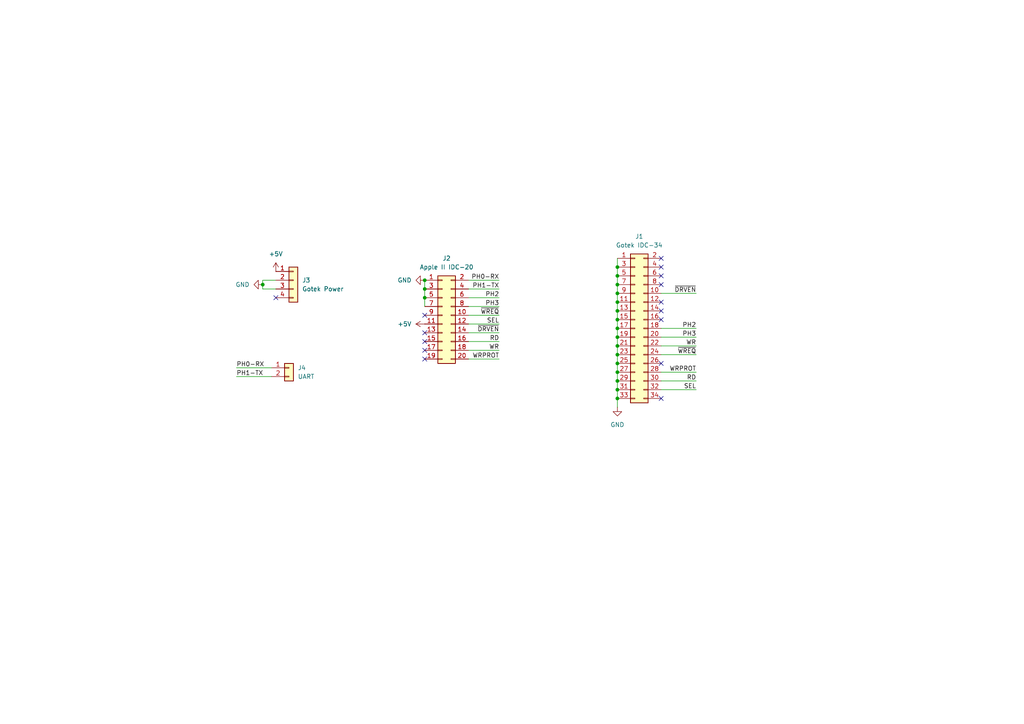
<source format=kicad_sch>
(kicad_sch
	(version 20231120)
	(generator "eeschema")
	(generator_version "8.0")
	(uuid "c8a066d9-3ec4-4228-b9ac-635257f8b208")
	(paper "A4")
	(title_block
		(title "Apple II HXC Gotek Adapter")
		(date "2024-12-02")
		(rev "v1.0")
		(company "Chris Tersteeg")
	)
	(lib_symbols
		(symbol "Connector_Generic:Conn_01x02"
			(pin_names
				(offset 1.016) hide)
			(exclude_from_sim no)
			(in_bom yes)
			(on_board yes)
			(property "Reference" "J"
				(at 0 2.54 0)
				(effects
					(font
						(size 1.27 1.27)
					)
				)
			)
			(property "Value" "Conn_01x02"
				(at 0 -5.08 0)
				(effects
					(font
						(size 1.27 1.27)
					)
				)
			)
			(property "Footprint" ""
				(at 0 0 0)
				(effects
					(font
						(size 1.27 1.27)
					)
					(hide yes)
				)
			)
			(property "Datasheet" "~"
				(at 0 0 0)
				(effects
					(font
						(size 1.27 1.27)
					)
					(hide yes)
				)
			)
			(property "Description" "Generic connector, single row, 01x02, script generated (kicad-library-utils/schlib/autogen/connector/)"
				(at 0 0 0)
				(effects
					(font
						(size 1.27 1.27)
					)
					(hide yes)
				)
			)
			(property "ki_keywords" "connector"
				(at 0 0 0)
				(effects
					(font
						(size 1.27 1.27)
					)
					(hide yes)
				)
			)
			(property "ki_fp_filters" "Connector*:*_1x??_*"
				(at 0 0 0)
				(effects
					(font
						(size 1.27 1.27)
					)
					(hide yes)
				)
			)
			(symbol "Conn_01x02_1_1"
				(rectangle
					(start -1.27 -2.413)
					(end 0 -2.667)
					(stroke
						(width 0.1524)
						(type default)
					)
					(fill
						(type none)
					)
				)
				(rectangle
					(start -1.27 0.127)
					(end 0 -0.127)
					(stroke
						(width 0.1524)
						(type default)
					)
					(fill
						(type none)
					)
				)
				(rectangle
					(start -1.27 1.27)
					(end 1.27 -3.81)
					(stroke
						(width 0.254)
						(type default)
					)
					(fill
						(type background)
					)
				)
				(pin passive line
					(at -5.08 0 0)
					(length 3.81)
					(name "Pin_1"
						(effects
							(font
								(size 1.27 1.27)
							)
						)
					)
					(number "1"
						(effects
							(font
								(size 1.27 1.27)
							)
						)
					)
				)
				(pin passive line
					(at -5.08 -2.54 0)
					(length 3.81)
					(name "Pin_2"
						(effects
							(font
								(size 1.27 1.27)
							)
						)
					)
					(number "2"
						(effects
							(font
								(size 1.27 1.27)
							)
						)
					)
				)
			)
		)
		(symbol "Connector_Generic:Conn_01x04"
			(pin_names
				(offset 1.016) hide)
			(exclude_from_sim no)
			(in_bom yes)
			(on_board yes)
			(property "Reference" "J"
				(at 0 5.08 0)
				(effects
					(font
						(size 1.27 1.27)
					)
				)
			)
			(property "Value" "Conn_01x04"
				(at 0 -7.62 0)
				(effects
					(font
						(size 1.27 1.27)
					)
				)
			)
			(property "Footprint" ""
				(at 0 0 0)
				(effects
					(font
						(size 1.27 1.27)
					)
					(hide yes)
				)
			)
			(property "Datasheet" "~"
				(at 0 0 0)
				(effects
					(font
						(size 1.27 1.27)
					)
					(hide yes)
				)
			)
			(property "Description" "Generic connector, single row, 01x04, script generated (kicad-library-utils/schlib/autogen/connector/)"
				(at 0 0 0)
				(effects
					(font
						(size 1.27 1.27)
					)
					(hide yes)
				)
			)
			(property "ki_keywords" "connector"
				(at 0 0 0)
				(effects
					(font
						(size 1.27 1.27)
					)
					(hide yes)
				)
			)
			(property "ki_fp_filters" "Connector*:*_1x??_*"
				(at 0 0 0)
				(effects
					(font
						(size 1.27 1.27)
					)
					(hide yes)
				)
			)
			(symbol "Conn_01x04_1_1"
				(rectangle
					(start -1.27 -4.953)
					(end 0 -5.207)
					(stroke
						(width 0.1524)
						(type default)
					)
					(fill
						(type none)
					)
				)
				(rectangle
					(start -1.27 -2.413)
					(end 0 -2.667)
					(stroke
						(width 0.1524)
						(type default)
					)
					(fill
						(type none)
					)
				)
				(rectangle
					(start -1.27 0.127)
					(end 0 -0.127)
					(stroke
						(width 0.1524)
						(type default)
					)
					(fill
						(type none)
					)
				)
				(rectangle
					(start -1.27 2.667)
					(end 0 2.413)
					(stroke
						(width 0.1524)
						(type default)
					)
					(fill
						(type none)
					)
				)
				(rectangle
					(start -1.27 3.81)
					(end 1.27 -6.35)
					(stroke
						(width 0.254)
						(type default)
					)
					(fill
						(type background)
					)
				)
				(pin passive line
					(at -5.08 2.54 0)
					(length 3.81)
					(name "Pin_1"
						(effects
							(font
								(size 1.27 1.27)
							)
						)
					)
					(number "1"
						(effects
							(font
								(size 1.27 1.27)
							)
						)
					)
				)
				(pin passive line
					(at -5.08 0 0)
					(length 3.81)
					(name "Pin_2"
						(effects
							(font
								(size 1.27 1.27)
							)
						)
					)
					(number "2"
						(effects
							(font
								(size 1.27 1.27)
							)
						)
					)
				)
				(pin passive line
					(at -5.08 -2.54 0)
					(length 3.81)
					(name "Pin_3"
						(effects
							(font
								(size 1.27 1.27)
							)
						)
					)
					(number "3"
						(effects
							(font
								(size 1.27 1.27)
							)
						)
					)
				)
				(pin passive line
					(at -5.08 -5.08 0)
					(length 3.81)
					(name "Pin_4"
						(effects
							(font
								(size 1.27 1.27)
							)
						)
					)
					(number "4"
						(effects
							(font
								(size 1.27 1.27)
							)
						)
					)
				)
			)
		)
		(symbol "Connector_Generic:Conn_02x10_Odd_Even"
			(pin_names
				(offset 1.016) hide)
			(exclude_from_sim no)
			(in_bom yes)
			(on_board yes)
			(property "Reference" "J"
				(at 1.27 12.7 0)
				(effects
					(font
						(size 1.27 1.27)
					)
				)
			)
			(property "Value" "Conn_02x10_Odd_Even"
				(at 1.27 -15.24 0)
				(effects
					(font
						(size 1.27 1.27)
					)
				)
			)
			(property "Footprint" ""
				(at 0 0 0)
				(effects
					(font
						(size 1.27 1.27)
					)
					(hide yes)
				)
			)
			(property "Datasheet" "~"
				(at 0 0 0)
				(effects
					(font
						(size 1.27 1.27)
					)
					(hide yes)
				)
			)
			(property "Description" "Generic connector, double row, 02x10, odd/even pin numbering scheme (row 1 odd numbers, row 2 even numbers), script generated (kicad-library-utils/schlib/autogen/connector/)"
				(at 0 0 0)
				(effects
					(font
						(size 1.27 1.27)
					)
					(hide yes)
				)
			)
			(property "ki_keywords" "connector"
				(at 0 0 0)
				(effects
					(font
						(size 1.27 1.27)
					)
					(hide yes)
				)
			)
			(property "ki_fp_filters" "Connector*:*_2x??_*"
				(at 0 0 0)
				(effects
					(font
						(size 1.27 1.27)
					)
					(hide yes)
				)
			)
			(symbol "Conn_02x10_Odd_Even_1_1"
				(rectangle
					(start -1.27 -12.573)
					(end 0 -12.827)
					(stroke
						(width 0.1524)
						(type default)
					)
					(fill
						(type none)
					)
				)
				(rectangle
					(start -1.27 -10.033)
					(end 0 -10.287)
					(stroke
						(width 0.1524)
						(type default)
					)
					(fill
						(type none)
					)
				)
				(rectangle
					(start -1.27 -7.493)
					(end 0 -7.747)
					(stroke
						(width 0.1524)
						(type default)
					)
					(fill
						(type none)
					)
				)
				(rectangle
					(start -1.27 -4.953)
					(end 0 -5.207)
					(stroke
						(width 0.1524)
						(type default)
					)
					(fill
						(type none)
					)
				)
				(rectangle
					(start -1.27 -2.413)
					(end 0 -2.667)
					(stroke
						(width 0.1524)
						(type default)
					)
					(fill
						(type none)
					)
				)
				(rectangle
					(start -1.27 0.127)
					(end 0 -0.127)
					(stroke
						(width 0.1524)
						(type default)
					)
					(fill
						(type none)
					)
				)
				(rectangle
					(start -1.27 2.667)
					(end 0 2.413)
					(stroke
						(width 0.1524)
						(type default)
					)
					(fill
						(type none)
					)
				)
				(rectangle
					(start -1.27 5.207)
					(end 0 4.953)
					(stroke
						(width 0.1524)
						(type default)
					)
					(fill
						(type none)
					)
				)
				(rectangle
					(start -1.27 7.747)
					(end 0 7.493)
					(stroke
						(width 0.1524)
						(type default)
					)
					(fill
						(type none)
					)
				)
				(rectangle
					(start -1.27 10.287)
					(end 0 10.033)
					(stroke
						(width 0.1524)
						(type default)
					)
					(fill
						(type none)
					)
				)
				(rectangle
					(start -1.27 11.43)
					(end 3.81 -13.97)
					(stroke
						(width 0.254)
						(type default)
					)
					(fill
						(type background)
					)
				)
				(rectangle
					(start 3.81 -12.573)
					(end 2.54 -12.827)
					(stroke
						(width 0.1524)
						(type default)
					)
					(fill
						(type none)
					)
				)
				(rectangle
					(start 3.81 -10.033)
					(end 2.54 -10.287)
					(stroke
						(width 0.1524)
						(type default)
					)
					(fill
						(type none)
					)
				)
				(rectangle
					(start 3.81 -7.493)
					(end 2.54 -7.747)
					(stroke
						(width 0.1524)
						(type default)
					)
					(fill
						(type none)
					)
				)
				(rectangle
					(start 3.81 -4.953)
					(end 2.54 -5.207)
					(stroke
						(width 0.1524)
						(type default)
					)
					(fill
						(type none)
					)
				)
				(rectangle
					(start 3.81 -2.413)
					(end 2.54 -2.667)
					(stroke
						(width 0.1524)
						(type default)
					)
					(fill
						(type none)
					)
				)
				(rectangle
					(start 3.81 0.127)
					(end 2.54 -0.127)
					(stroke
						(width 0.1524)
						(type default)
					)
					(fill
						(type none)
					)
				)
				(rectangle
					(start 3.81 2.667)
					(end 2.54 2.413)
					(stroke
						(width 0.1524)
						(type default)
					)
					(fill
						(type none)
					)
				)
				(rectangle
					(start 3.81 5.207)
					(end 2.54 4.953)
					(stroke
						(width 0.1524)
						(type default)
					)
					(fill
						(type none)
					)
				)
				(rectangle
					(start 3.81 7.747)
					(end 2.54 7.493)
					(stroke
						(width 0.1524)
						(type default)
					)
					(fill
						(type none)
					)
				)
				(rectangle
					(start 3.81 10.287)
					(end 2.54 10.033)
					(stroke
						(width 0.1524)
						(type default)
					)
					(fill
						(type none)
					)
				)
				(pin passive line
					(at -5.08 10.16 0)
					(length 3.81)
					(name "Pin_1"
						(effects
							(font
								(size 1.27 1.27)
							)
						)
					)
					(number "1"
						(effects
							(font
								(size 1.27 1.27)
							)
						)
					)
				)
				(pin passive line
					(at 7.62 0 180)
					(length 3.81)
					(name "Pin_10"
						(effects
							(font
								(size 1.27 1.27)
							)
						)
					)
					(number "10"
						(effects
							(font
								(size 1.27 1.27)
							)
						)
					)
				)
				(pin passive line
					(at -5.08 -2.54 0)
					(length 3.81)
					(name "Pin_11"
						(effects
							(font
								(size 1.27 1.27)
							)
						)
					)
					(number "11"
						(effects
							(font
								(size 1.27 1.27)
							)
						)
					)
				)
				(pin passive line
					(at 7.62 -2.54 180)
					(length 3.81)
					(name "Pin_12"
						(effects
							(font
								(size 1.27 1.27)
							)
						)
					)
					(number "12"
						(effects
							(font
								(size 1.27 1.27)
							)
						)
					)
				)
				(pin passive line
					(at -5.08 -5.08 0)
					(length 3.81)
					(name "Pin_13"
						(effects
							(font
								(size 1.27 1.27)
							)
						)
					)
					(number "13"
						(effects
							(font
								(size 1.27 1.27)
							)
						)
					)
				)
				(pin passive line
					(at 7.62 -5.08 180)
					(length 3.81)
					(name "Pin_14"
						(effects
							(font
								(size 1.27 1.27)
							)
						)
					)
					(number "14"
						(effects
							(font
								(size 1.27 1.27)
							)
						)
					)
				)
				(pin passive line
					(at -5.08 -7.62 0)
					(length 3.81)
					(name "Pin_15"
						(effects
							(font
								(size 1.27 1.27)
							)
						)
					)
					(number "15"
						(effects
							(font
								(size 1.27 1.27)
							)
						)
					)
				)
				(pin passive line
					(at 7.62 -7.62 180)
					(length 3.81)
					(name "Pin_16"
						(effects
							(font
								(size 1.27 1.27)
							)
						)
					)
					(number "16"
						(effects
							(font
								(size 1.27 1.27)
							)
						)
					)
				)
				(pin passive line
					(at -5.08 -10.16 0)
					(length 3.81)
					(name "Pin_17"
						(effects
							(font
								(size 1.27 1.27)
							)
						)
					)
					(number "17"
						(effects
							(font
								(size 1.27 1.27)
							)
						)
					)
				)
				(pin passive line
					(at 7.62 -10.16 180)
					(length 3.81)
					(name "Pin_18"
						(effects
							(font
								(size 1.27 1.27)
							)
						)
					)
					(number "18"
						(effects
							(font
								(size 1.27 1.27)
							)
						)
					)
				)
				(pin passive line
					(at -5.08 -12.7 0)
					(length 3.81)
					(name "Pin_19"
						(effects
							(font
								(size 1.27 1.27)
							)
						)
					)
					(number "19"
						(effects
							(font
								(size 1.27 1.27)
							)
						)
					)
				)
				(pin passive line
					(at 7.62 10.16 180)
					(length 3.81)
					(name "Pin_2"
						(effects
							(font
								(size 1.27 1.27)
							)
						)
					)
					(number "2"
						(effects
							(font
								(size 1.27 1.27)
							)
						)
					)
				)
				(pin passive line
					(at 7.62 -12.7 180)
					(length 3.81)
					(name "Pin_20"
						(effects
							(font
								(size 1.27 1.27)
							)
						)
					)
					(number "20"
						(effects
							(font
								(size 1.27 1.27)
							)
						)
					)
				)
				(pin passive line
					(at -5.08 7.62 0)
					(length 3.81)
					(name "Pin_3"
						(effects
							(font
								(size 1.27 1.27)
							)
						)
					)
					(number "3"
						(effects
							(font
								(size 1.27 1.27)
							)
						)
					)
				)
				(pin passive line
					(at 7.62 7.62 180)
					(length 3.81)
					(name "Pin_4"
						(effects
							(font
								(size 1.27 1.27)
							)
						)
					)
					(number "4"
						(effects
							(font
								(size 1.27 1.27)
							)
						)
					)
				)
				(pin passive line
					(at -5.08 5.08 0)
					(length 3.81)
					(name "Pin_5"
						(effects
							(font
								(size 1.27 1.27)
							)
						)
					)
					(number "5"
						(effects
							(font
								(size 1.27 1.27)
							)
						)
					)
				)
				(pin passive line
					(at 7.62 5.08 180)
					(length 3.81)
					(name "Pin_6"
						(effects
							(font
								(size 1.27 1.27)
							)
						)
					)
					(number "6"
						(effects
							(font
								(size 1.27 1.27)
							)
						)
					)
				)
				(pin passive line
					(at -5.08 2.54 0)
					(length 3.81)
					(name "Pin_7"
						(effects
							(font
								(size 1.27 1.27)
							)
						)
					)
					(number "7"
						(effects
							(font
								(size 1.27 1.27)
							)
						)
					)
				)
				(pin passive line
					(at 7.62 2.54 180)
					(length 3.81)
					(name "Pin_8"
						(effects
							(font
								(size 1.27 1.27)
							)
						)
					)
					(number "8"
						(effects
							(font
								(size 1.27 1.27)
							)
						)
					)
				)
				(pin passive line
					(at -5.08 0 0)
					(length 3.81)
					(name "Pin_9"
						(effects
							(font
								(size 1.27 1.27)
							)
						)
					)
					(number "9"
						(effects
							(font
								(size 1.27 1.27)
							)
						)
					)
				)
			)
		)
		(symbol "Connector_Generic:Conn_02x17_Odd_Even"
			(pin_names
				(offset 1.016) hide)
			(exclude_from_sim no)
			(in_bom yes)
			(on_board yes)
			(property "Reference" "J"
				(at 1.27 22.86 0)
				(effects
					(font
						(size 1.27 1.27)
					)
				)
			)
			(property "Value" "Conn_02x17_Odd_Even"
				(at 1.27 -22.86 0)
				(effects
					(font
						(size 1.27 1.27)
					)
				)
			)
			(property "Footprint" ""
				(at 0 0 0)
				(effects
					(font
						(size 1.27 1.27)
					)
					(hide yes)
				)
			)
			(property "Datasheet" "~"
				(at 0 0 0)
				(effects
					(font
						(size 1.27 1.27)
					)
					(hide yes)
				)
			)
			(property "Description" "Generic connector, double row, 02x17, odd/even pin numbering scheme (row 1 odd numbers, row 2 even numbers), script generated (kicad-library-utils/schlib/autogen/connector/)"
				(at 0 0 0)
				(effects
					(font
						(size 1.27 1.27)
					)
					(hide yes)
				)
			)
			(property "ki_keywords" "connector"
				(at 0 0 0)
				(effects
					(font
						(size 1.27 1.27)
					)
					(hide yes)
				)
			)
			(property "ki_fp_filters" "Connector*:*_2x??_*"
				(at 0 0 0)
				(effects
					(font
						(size 1.27 1.27)
					)
					(hide yes)
				)
			)
			(symbol "Conn_02x17_Odd_Even_1_1"
				(rectangle
					(start -1.27 -20.193)
					(end 0 -20.447)
					(stroke
						(width 0.1524)
						(type default)
					)
					(fill
						(type none)
					)
				)
				(rectangle
					(start -1.27 -17.653)
					(end 0 -17.907)
					(stroke
						(width 0.1524)
						(type default)
					)
					(fill
						(type none)
					)
				)
				(rectangle
					(start -1.27 -15.113)
					(end 0 -15.367)
					(stroke
						(width 0.1524)
						(type default)
					)
					(fill
						(type none)
					)
				)
				(rectangle
					(start -1.27 -12.573)
					(end 0 -12.827)
					(stroke
						(width 0.1524)
						(type default)
					)
					(fill
						(type none)
					)
				)
				(rectangle
					(start -1.27 -10.033)
					(end 0 -10.287)
					(stroke
						(width 0.1524)
						(type default)
					)
					(fill
						(type none)
					)
				)
				(rectangle
					(start -1.27 -7.493)
					(end 0 -7.747)
					(stroke
						(width 0.1524)
						(type default)
					)
					(fill
						(type none)
					)
				)
				(rectangle
					(start -1.27 -4.953)
					(end 0 -5.207)
					(stroke
						(width 0.1524)
						(type default)
					)
					(fill
						(type none)
					)
				)
				(rectangle
					(start -1.27 -2.413)
					(end 0 -2.667)
					(stroke
						(width 0.1524)
						(type default)
					)
					(fill
						(type none)
					)
				)
				(rectangle
					(start -1.27 0.127)
					(end 0 -0.127)
					(stroke
						(width 0.1524)
						(type default)
					)
					(fill
						(type none)
					)
				)
				(rectangle
					(start -1.27 2.667)
					(end 0 2.413)
					(stroke
						(width 0.1524)
						(type default)
					)
					(fill
						(type none)
					)
				)
				(rectangle
					(start -1.27 5.207)
					(end 0 4.953)
					(stroke
						(width 0.1524)
						(type default)
					)
					(fill
						(type none)
					)
				)
				(rectangle
					(start -1.27 7.747)
					(end 0 7.493)
					(stroke
						(width 0.1524)
						(type default)
					)
					(fill
						(type none)
					)
				)
				(rectangle
					(start -1.27 10.287)
					(end 0 10.033)
					(stroke
						(width 0.1524)
						(type default)
					)
					(fill
						(type none)
					)
				)
				(rectangle
					(start -1.27 12.827)
					(end 0 12.573)
					(stroke
						(width 0.1524)
						(type default)
					)
					(fill
						(type none)
					)
				)
				(rectangle
					(start -1.27 15.367)
					(end 0 15.113)
					(stroke
						(width 0.1524)
						(type default)
					)
					(fill
						(type none)
					)
				)
				(rectangle
					(start -1.27 17.907)
					(end 0 17.653)
					(stroke
						(width 0.1524)
						(type default)
					)
					(fill
						(type none)
					)
				)
				(rectangle
					(start -1.27 20.447)
					(end 0 20.193)
					(stroke
						(width 0.1524)
						(type default)
					)
					(fill
						(type none)
					)
				)
				(rectangle
					(start -1.27 21.59)
					(end 3.81 -21.59)
					(stroke
						(width 0.254)
						(type default)
					)
					(fill
						(type background)
					)
				)
				(rectangle
					(start 3.81 -20.193)
					(end 2.54 -20.447)
					(stroke
						(width 0.1524)
						(type default)
					)
					(fill
						(type none)
					)
				)
				(rectangle
					(start 3.81 -17.653)
					(end 2.54 -17.907)
					(stroke
						(width 0.1524)
						(type default)
					)
					(fill
						(type none)
					)
				)
				(rectangle
					(start 3.81 -15.113)
					(end 2.54 -15.367)
					(stroke
						(width 0.1524)
						(type default)
					)
					(fill
						(type none)
					)
				)
				(rectangle
					(start 3.81 -12.573)
					(end 2.54 -12.827)
					(stroke
						(width 0.1524)
						(type default)
					)
					(fill
						(type none)
					)
				)
				(rectangle
					(start 3.81 -10.033)
					(end 2.54 -10.287)
					(stroke
						(width 0.1524)
						(type default)
					)
					(fill
						(type none)
					)
				)
				(rectangle
					(start 3.81 -7.493)
					(end 2.54 -7.747)
					(stroke
						(width 0.1524)
						(type default)
					)
					(fill
						(type none)
					)
				)
				(rectangle
					(start 3.81 -4.953)
					(end 2.54 -5.207)
					(stroke
						(width 0.1524)
						(type default)
					)
					(fill
						(type none)
					)
				)
				(rectangle
					(start 3.81 -2.413)
					(end 2.54 -2.667)
					(stroke
						(width 0.1524)
						(type default)
					)
					(fill
						(type none)
					)
				)
				(rectangle
					(start 3.81 0.127)
					(end 2.54 -0.127)
					(stroke
						(width 0.1524)
						(type default)
					)
					(fill
						(type none)
					)
				)
				(rectangle
					(start 3.81 2.667)
					(end 2.54 2.413)
					(stroke
						(width 0.1524)
						(type default)
					)
					(fill
						(type none)
					)
				)
				(rectangle
					(start 3.81 5.207)
					(end 2.54 4.953)
					(stroke
						(width 0.1524)
						(type default)
					)
					(fill
						(type none)
					)
				)
				(rectangle
					(start 3.81 7.747)
					(end 2.54 7.493)
					(stroke
						(width 0.1524)
						(type default)
					)
					(fill
						(type none)
					)
				)
				(rectangle
					(start 3.81 10.287)
					(end 2.54 10.033)
					(stroke
						(width 0.1524)
						(type default)
					)
					(fill
						(type none)
					)
				)
				(rectangle
					(start 3.81 12.827)
					(end 2.54 12.573)
					(stroke
						(width 0.1524)
						(type default)
					)
					(fill
						(type none)
					)
				)
				(rectangle
					(start 3.81 15.367)
					(end 2.54 15.113)
					(stroke
						(width 0.1524)
						(type default)
					)
					(fill
						(type none)
					)
				)
				(rectangle
					(start 3.81 17.907)
					(end 2.54 17.653)
					(stroke
						(width 0.1524)
						(type default)
					)
					(fill
						(type none)
					)
				)
				(rectangle
					(start 3.81 20.447)
					(end 2.54 20.193)
					(stroke
						(width 0.1524)
						(type default)
					)
					(fill
						(type none)
					)
				)
				(pin passive line
					(at -5.08 20.32 0)
					(length 3.81)
					(name "Pin_1"
						(effects
							(font
								(size 1.27 1.27)
							)
						)
					)
					(number "1"
						(effects
							(font
								(size 1.27 1.27)
							)
						)
					)
				)
				(pin passive line
					(at 7.62 10.16 180)
					(length 3.81)
					(name "Pin_10"
						(effects
							(font
								(size 1.27 1.27)
							)
						)
					)
					(number "10"
						(effects
							(font
								(size 1.27 1.27)
							)
						)
					)
				)
				(pin passive line
					(at -5.08 7.62 0)
					(length 3.81)
					(name "Pin_11"
						(effects
							(font
								(size 1.27 1.27)
							)
						)
					)
					(number "11"
						(effects
							(font
								(size 1.27 1.27)
							)
						)
					)
				)
				(pin passive line
					(at 7.62 7.62 180)
					(length 3.81)
					(name "Pin_12"
						(effects
							(font
								(size 1.27 1.27)
							)
						)
					)
					(number "12"
						(effects
							(font
								(size 1.27 1.27)
							)
						)
					)
				)
				(pin passive line
					(at -5.08 5.08 0)
					(length 3.81)
					(name "Pin_13"
						(effects
							(font
								(size 1.27 1.27)
							)
						)
					)
					(number "13"
						(effects
							(font
								(size 1.27 1.27)
							)
						)
					)
				)
				(pin passive line
					(at 7.62 5.08 180)
					(length 3.81)
					(name "Pin_14"
						(effects
							(font
								(size 1.27 1.27)
							)
						)
					)
					(number "14"
						(effects
							(font
								(size 1.27 1.27)
							)
						)
					)
				)
				(pin passive line
					(at -5.08 2.54 0)
					(length 3.81)
					(name "Pin_15"
						(effects
							(font
								(size 1.27 1.27)
							)
						)
					)
					(number "15"
						(effects
							(font
								(size 1.27 1.27)
							)
						)
					)
				)
				(pin passive line
					(at 7.62 2.54 180)
					(length 3.81)
					(name "Pin_16"
						(effects
							(font
								(size 1.27 1.27)
							)
						)
					)
					(number "16"
						(effects
							(font
								(size 1.27 1.27)
							)
						)
					)
				)
				(pin passive line
					(at -5.08 0 0)
					(length 3.81)
					(name "Pin_17"
						(effects
							(font
								(size 1.27 1.27)
							)
						)
					)
					(number "17"
						(effects
							(font
								(size 1.27 1.27)
							)
						)
					)
				)
				(pin passive line
					(at 7.62 0 180)
					(length 3.81)
					(name "Pin_18"
						(effects
							(font
								(size 1.27 1.27)
							)
						)
					)
					(number "18"
						(effects
							(font
								(size 1.27 1.27)
							)
						)
					)
				)
				(pin passive line
					(at -5.08 -2.54 0)
					(length 3.81)
					(name "Pin_19"
						(effects
							(font
								(size 1.27 1.27)
							)
						)
					)
					(number "19"
						(effects
							(font
								(size 1.27 1.27)
							)
						)
					)
				)
				(pin passive line
					(at 7.62 20.32 180)
					(length 3.81)
					(name "Pin_2"
						(effects
							(font
								(size 1.27 1.27)
							)
						)
					)
					(number "2"
						(effects
							(font
								(size 1.27 1.27)
							)
						)
					)
				)
				(pin passive line
					(at 7.62 -2.54 180)
					(length 3.81)
					(name "Pin_20"
						(effects
							(font
								(size 1.27 1.27)
							)
						)
					)
					(number "20"
						(effects
							(font
								(size 1.27 1.27)
							)
						)
					)
				)
				(pin passive line
					(at -5.08 -5.08 0)
					(length 3.81)
					(name "Pin_21"
						(effects
							(font
								(size 1.27 1.27)
							)
						)
					)
					(number "21"
						(effects
							(font
								(size 1.27 1.27)
							)
						)
					)
				)
				(pin passive line
					(at 7.62 -5.08 180)
					(length 3.81)
					(name "Pin_22"
						(effects
							(font
								(size 1.27 1.27)
							)
						)
					)
					(number "22"
						(effects
							(font
								(size 1.27 1.27)
							)
						)
					)
				)
				(pin passive line
					(at -5.08 -7.62 0)
					(length 3.81)
					(name "Pin_23"
						(effects
							(font
								(size 1.27 1.27)
							)
						)
					)
					(number "23"
						(effects
							(font
								(size 1.27 1.27)
							)
						)
					)
				)
				(pin passive line
					(at 7.62 -7.62 180)
					(length 3.81)
					(name "Pin_24"
						(effects
							(font
								(size 1.27 1.27)
							)
						)
					)
					(number "24"
						(effects
							(font
								(size 1.27 1.27)
							)
						)
					)
				)
				(pin passive line
					(at -5.08 -10.16 0)
					(length 3.81)
					(name "Pin_25"
						(effects
							(font
								(size 1.27 1.27)
							)
						)
					)
					(number "25"
						(effects
							(font
								(size 1.27 1.27)
							)
						)
					)
				)
				(pin passive line
					(at 7.62 -10.16 180)
					(length 3.81)
					(name "Pin_26"
						(effects
							(font
								(size 1.27 1.27)
							)
						)
					)
					(number "26"
						(effects
							(font
								(size 1.27 1.27)
							)
						)
					)
				)
				(pin passive line
					(at -5.08 -12.7 0)
					(length 3.81)
					(name "Pin_27"
						(effects
							(font
								(size 1.27 1.27)
							)
						)
					)
					(number "27"
						(effects
							(font
								(size 1.27 1.27)
							)
						)
					)
				)
				(pin passive line
					(at 7.62 -12.7 180)
					(length 3.81)
					(name "Pin_28"
						(effects
							(font
								(size 1.27 1.27)
							)
						)
					)
					(number "28"
						(effects
							(font
								(size 1.27 1.27)
							)
						)
					)
				)
				(pin passive line
					(at -5.08 -15.24 0)
					(length 3.81)
					(name "Pin_29"
						(effects
							(font
								(size 1.27 1.27)
							)
						)
					)
					(number "29"
						(effects
							(font
								(size 1.27 1.27)
							)
						)
					)
				)
				(pin passive line
					(at -5.08 17.78 0)
					(length 3.81)
					(name "Pin_3"
						(effects
							(font
								(size 1.27 1.27)
							)
						)
					)
					(number "3"
						(effects
							(font
								(size 1.27 1.27)
							)
						)
					)
				)
				(pin passive line
					(at 7.62 -15.24 180)
					(length 3.81)
					(name "Pin_30"
						(effects
							(font
								(size 1.27 1.27)
							)
						)
					)
					(number "30"
						(effects
							(font
								(size 1.27 1.27)
							)
						)
					)
				)
				(pin passive line
					(at -5.08 -17.78 0)
					(length 3.81)
					(name "Pin_31"
						(effects
							(font
								(size 1.27 1.27)
							)
						)
					)
					(number "31"
						(effects
							(font
								(size 1.27 1.27)
							)
						)
					)
				)
				(pin passive line
					(at 7.62 -17.78 180)
					(length 3.81)
					(name "Pin_32"
						(effects
							(font
								(size 1.27 1.27)
							)
						)
					)
					(number "32"
						(effects
							(font
								(size 1.27 1.27)
							)
						)
					)
				)
				(pin passive line
					(at -5.08 -20.32 0)
					(length 3.81)
					(name "Pin_33"
						(effects
							(font
								(size 1.27 1.27)
							)
						)
					)
					(number "33"
						(effects
							(font
								(size 1.27 1.27)
							)
						)
					)
				)
				(pin passive line
					(at 7.62 -20.32 180)
					(length 3.81)
					(name "Pin_34"
						(effects
							(font
								(size 1.27 1.27)
							)
						)
					)
					(number "34"
						(effects
							(font
								(size 1.27 1.27)
							)
						)
					)
				)
				(pin passive line
					(at 7.62 17.78 180)
					(length 3.81)
					(name "Pin_4"
						(effects
							(font
								(size 1.27 1.27)
							)
						)
					)
					(number "4"
						(effects
							(font
								(size 1.27 1.27)
							)
						)
					)
				)
				(pin passive line
					(at -5.08 15.24 0)
					(length 3.81)
					(name "Pin_5"
						(effects
							(font
								(size 1.27 1.27)
							)
						)
					)
					(number "5"
						(effects
							(font
								(size 1.27 1.27)
							)
						)
					)
				)
				(pin passive line
					(at 7.62 15.24 180)
					(length 3.81)
					(name "Pin_6"
						(effects
							(font
								(size 1.27 1.27)
							)
						)
					)
					(number "6"
						(effects
							(font
								(size 1.27 1.27)
							)
						)
					)
				)
				(pin passive line
					(at -5.08 12.7 0)
					(length 3.81)
					(name "Pin_7"
						(effects
							(font
								(size 1.27 1.27)
							)
						)
					)
					(number "7"
						(effects
							(font
								(size 1.27 1.27)
							)
						)
					)
				)
				(pin passive line
					(at 7.62 12.7 180)
					(length 3.81)
					(name "Pin_8"
						(effects
							(font
								(size 1.27 1.27)
							)
						)
					)
					(number "8"
						(effects
							(font
								(size 1.27 1.27)
							)
						)
					)
				)
				(pin passive line
					(at -5.08 10.16 0)
					(length 3.81)
					(name "Pin_9"
						(effects
							(font
								(size 1.27 1.27)
							)
						)
					)
					(number "9"
						(effects
							(font
								(size 1.27 1.27)
							)
						)
					)
				)
			)
		)
		(symbol "power:+5V"
			(power)
			(pin_numbers hide)
			(pin_names
				(offset 0) hide)
			(exclude_from_sim no)
			(in_bom yes)
			(on_board yes)
			(property "Reference" "#PWR"
				(at 0 -3.81 0)
				(effects
					(font
						(size 1.27 1.27)
					)
					(hide yes)
				)
			)
			(property "Value" "+5V"
				(at 0 3.556 0)
				(effects
					(font
						(size 1.27 1.27)
					)
				)
			)
			(property "Footprint" ""
				(at 0 0 0)
				(effects
					(font
						(size 1.27 1.27)
					)
					(hide yes)
				)
			)
			(property "Datasheet" ""
				(at 0 0 0)
				(effects
					(font
						(size 1.27 1.27)
					)
					(hide yes)
				)
			)
			(property "Description" "Power symbol creates a global label with name \"+5V\""
				(at 0 0 0)
				(effects
					(font
						(size 1.27 1.27)
					)
					(hide yes)
				)
			)
			(property "ki_keywords" "global power"
				(at 0 0 0)
				(effects
					(font
						(size 1.27 1.27)
					)
					(hide yes)
				)
			)
			(symbol "+5V_0_1"
				(polyline
					(pts
						(xy -0.762 1.27) (xy 0 2.54)
					)
					(stroke
						(width 0)
						(type default)
					)
					(fill
						(type none)
					)
				)
				(polyline
					(pts
						(xy 0 0) (xy 0 2.54)
					)
					(stroke
						(width 0)
						(type default)
					)
					(fill
						(type none)
					)
				)
				(polyline
					(pts
						(xy 0 2.54) (xy 0.762 1.27)
					)
					(stroke
						(width 0)
						(type default)
					)
					(fill
						(type none)
					)
				)
			)
			(symbol "+5V_1_1"
				(pin power_in line
					(at 0 0 90)
					(length 0)
					(name "~"
						(effects
							(font
								(size 1.27 1.27)
							)
						)
					)
					(number "1"
						(effects
							(font
								(size 1.27 1.27)
							)
						)
					)
				)
			)
		)
		(symbol "power:GND"
			(power)
			(pin_numbers hide)
			(pin_names
				(offset 0) hide)
			(exclude_from_sim no)
			(in_bom yes)
			(on_board yes)
			(property "Reference" "#PWR"
				(at 0 -6.35 0)
				(effects
					(font
						(size 1.27 1.27)
					)
					(hide yes)
				)
			)
			(property "Value" "GND"
				(at 0 -3.81 0)
				(effects
					(font
						(size 1.27 1.27)
					)
				)
			)
			(property "Footprint" ""
				(at 0 0 0)
				(effects
					(font
						(size 1.27 1.27)
					)
					(hide yes)
				)
			)
			(property "Datasheet" ""
				(at 0 0 0)
				(effects
					(font
						(size 1.27 1.27)
					)
					(hide yes)
				)
			)
			(property "Description" "Power symbol creates a global label with name \"GND\" , ground"
				(at 0 0 0)
				(effects
					(font
						(size 1.27 1.27)
					)
					(hide yes)
				)
			)
			(property "ki_keywords" "global power"
				(at 0 0 0)
				(effects
					(font
						(size 1.27 1.27)
					)
					(hide yes)
				)
			)
			(symbol "GND_0_1"
				(polyline
					(pts
						(xy 0 0) (xy 0 -1.27) (xy 1.27 -1.27) (xy 0 -2.54) (xy -1.27 -1.27) (xy 0 -1.27)
					)
					(stroke
						(width 0)
						(type default)
					)
					(fill
						(type none)
					)
				)
			)
			(symbol "GND_1_1"
				(pin power_in line
					(at 0 0 270)
					(length 0)
					(name "~"
						(effects
							(font
								(size 1.27 1.27)
							)
						)
					)
					(number "1"
						(effects
							(font
								(size 1.27 1.27)
							)
						)
					)
				)
			)
		)
	)
	(junction
		(at 179.07 115.57)
		(diameter 0)
		(color 0 0 0 0)
		(uuid "090a85d4-51f5-4ddd-97b1-08127341df48")
	)
	(junction
		(at 179.07 97.79)
		(diameter 0)
		(color 0 0 0 0)
		(uuid "13be07c4-e60f-471a-b8ab-56a42536c0fb")
	)
	(junction
		(at 179.07 82.55)
		(diameter 0)
		(color 0 0 0 0)
		(uuid "2b00e243-6c43-4b7c-9736-53c81ef9d612")
	)
	(junction
		(at 179.07 77.47)
		(diameter 0)
		(color 0 0 0 0)
		(uuid "34747587-a7c4-4e24-abd6-a74b201aa7d3")
	)
	(junction
		(at 179.07 102.87)
		(diameter 0)
		(color 0 0 0 0)
		(uuid "35a66644-6976-4d16-aab6-d7a3ce55b94b")
	)
	(junction
		(at 179.07 113.03)
		(diameter 0)
		(color 0 0 0 0)
		(uuid "36c9dc3a-c349-4854-a26e-c8f2a19129ac")
	)
	(junction
		(at 179.07 92.71)
		(diameter 0)
		(color 0 0 0 0)
		(uuid "3f6ac75c-0a73-463e-a0c6-36ecfbb199e2")
	)
	(junction
		(at 179.07 110.49)
		(diameter 0)
		(color 0 0 0 0)
		(uuid "48f0b610-1020-4f13-b15a-87a5e13b9896")
	)
	(junction
		(at 179.07 95.25)
		(diameter 0)
		(color 0 0 0 0)
		(uuid "57747f11-7bb6-48fd-bfdc-80da7b123f73")
	)
	(junction
		(at 123.19 83.82)
		(diameter 0)
		(color 0 0 0 0)
		(uuid "5b2720e8-8cb3-4383-8533-0f04cb66492b")
	)
	(junction
		(at 179.07 87.63)
		(diameter 0)
		(color 0 0 0 0)
		(uuid "7ff64d61-a8c1-4a74-92b3-2b793d1f8820")
	)
	(junction
		(at 179.07 107.95)
		(diameter 0)
		(color 0 0 0 0)
		(uuid "86fa9147-0222-49ab-8522-85573bb250cb")
	)
	(junction
		(at 179.07 105.41)
		(diameter 0)
		(color 0 0 0 0)
		(uuid "97e185ab-919e-4b3c-ae7d-13a7bfe39c6f")
	)
	(junction
		(at 179.07 100.33)
		(diameter 0)
		(color 0 0 0 0)
		(uuid "9fd13d83-7584-4d42-983d-0ed26c14abdb")
	)
	(junction
		(at 123.19 81.28)
		(diameter 0)
		(color 0 0 0 0)
		(uuid "a44446af-a402-45c4-ad42-857630dea68e")
	)
	(junction
		(at 179.07 90.17)
		(diameter 0)
		(color 0 0 0 0)
		(uuid "c1829d52-8d4f-42b1-9b87-206780fab0a2")
	)
	(junction
		(at 76.2 82.55)
		(diameter 0)
		(color 0 0 0 0)
		(uuid "c3e9d068-d217-4310-8dd8-8eab1e12040d")
	)
	(junction
		(at 123.19 86.36)
		(diameter 0)
		(color 0 0 0 0)
		(uuid "c4ed82d0-9f27-4dcd-b527-c041bad36b57")
	)
	(junction
		(at 179.07 80.01)
		(diameter 0)
		(color 0 0 0 0)
		(uuid "cb354699-e510-4302-9903-fde82e1ec6e0")
	)
	(junction
		(at 179.07 85.09)
		(diameter 0)
		(color 0 0 0 0)
		(uuid "d6f23ebb-ab0e-4fd4-8155-389192570ec5")
	)
	(no_connect
		(at 80.01 86.36)
		(uuid "098f089c-a209-4d70-a616-68c2ac120239")
	)
	(no_connect
		(at 191.77 74.93)
		(uuid "0d6654a8-643f-4149-987c-a0b727dd88cc")
	)
	(no_connect
		(at 191.77 87.63)
		(uuid "399f130f-9d64-409b-8a99-ab0ee0bc695e")
	)
	(no_connect
		(at 123.19 101.6)
		(uuid "3d7c9905-1e00-4ea0-bb6b-021b934cacd7")
	)
	(no_connect
		(at 123.19 104.14)
		(uuid "4c27d21f-8cce-4178-9b4d-550fa1380813")
	)
	(no_connect
		(at 191.77 105.41)
		(uuid "56e0416f-7520-4de4-908f-1f57375fe326")
	)
	(no_connect
		(at 191.77 115.57)
		(uuid "5b8732c7-8e79-4046-895c-132140db56ae")
	)
	(no_connect
		(at 123.19 99.06)
		(uuid "66001229-14a0-4459-803a-ac14eeeb1407")
	)
	(no_connect
		(at 191.77 80.01)
		(uuid "691009aa-77cc-4d60-8c36-78e9f71930fd")
	)
	(no_connect
		(at 191.77 90.17)
		(uuid "728edef5-e2d9-4b8a-80dd-4333940afe6b")
	)
	(no_connect
		(at 191.77 92.71)
		(uuid "748ddc28-420a-4913-91a7-7b5e09ed5dd3")
	)
	(no_connect
		(at 123.19 96.52)
		(uuid "87b540ca-eb29-42fc-b3bf-dd470005d015")
	)
	(no_connect
		(at 191.77 77.47)
		(uuid "92ead25e-0749-48ee-b2a9-e6341991c762")
	)
	(no_connect
		(at 191.77 82.55)
		(uuid "cc415805-52a6-483d-b850-e729747be25b")
	)
	(no_connect
		(at 123.19 91.44)
		(uuid "e1a04d86-826e-4ba5-8874-989b44be6706")
	)
	(wire
		(pts
			(xy 201.93 113.03) (xy 191.77 113.03)
		)
		(stroke
			(width 0)
			(type default)
		)
		(uuid "12fb8bb2-2e52-4c8d-ae4a-d7aa983d5597")
	)
	(wire
		(pts
			(xy 144.78 88.9) (xy 135.89 88.9)
		)
		(stroke
			(width 0)
			(type default)
		)
		(uuid "1fa2668b-4adc-4899-b8b8-a7c4e20e8aa2")
	)
	(wire
		(pts
			(xy 201.93 85.09) (xy 191.77 85.09)
		)
		(stroke
			(width 0)
			(type default)
		)
		(uuid "242dfec1-3a5a-4cd3-815c-ff6041a5d85c")
	)
	(wire
		(pts
			(xy 179.07 100.33) (xy 179.07 102.87)
		)
		(stroke
			(width 0)
			(type default)
		)
		(uuid "378596dd-4de1-4d0f-bdde-8806bff5d33a")
	)
	(wire
		(pts
			(xy 179.07 115.57) (xy 179.07 118.11)
		)
		(stroke
			(width 0)
			(type default)
		)
		(uuid "3be54679-deb4-4c76-b427-f65287dcfcbd")
	)
	(wire
		(pts
			(xy 179.07 90.17) (xy 179.07 92.71)
		)
		(stroke
			(width 0)
			(type default)
		)
		(uuid "3c081ad9-f852-4bbd-8f8b-84fa945731b7")
	)
	(wire
		(pts
			(xy 179.07 85.09) (xy 179.07 87.63)
		)
		(stroke
			(width 0)
			(type default)
		)
		(uuid "3dedf481-37ab-4650-809a-b8cd1f4e27fd")
	)
	(wire
		(pts
			(xy 144.78 96.52) (xy 135.89 96.52)
		)
		(stroke
			(width 0)
			(type default)
		)
		(uuid "4042ee17-ebb7-4e8d-8fa3-ea952d7e5599")
	)
	(wire
		(pts
			(xy 76.2 81.28) (xy 80.01 81.28)
		)
		(stroke
			(width 0)
			(type default)
		)
		(uuid "47a721f3-0670-4b09-9e32-1ad43277f9c2")
	)
	(wire
		(pts
			(xy 123.19 81.28) (xy 123.19 83.82)
		)
		(stroke
			(width 0)
			(type default)
		)
		(uuid "50782f9b-da9c-4921-8c91-41ce8da51242")
	)
	(wire
		(pts
			(xy 144.78 101.6) (xy 135.89 101.6)
		)
		(stroke
			(width 0)
			(type default)
		)
		(uuid "57ae546a-c804-4c52-844a-10e6be37b288")
	)
	(wire
		(pts
			(xy 179.07 105.41) (xy 179.07 107.95)
		)
		(stroke
			(width 0)
			(type default)
		)
		(uuid "649ae3be-7441-413f-9c2b-f5ead6421105")
	)
	(wire
		(pts
			(xy 179.07 107.95) (xy 179.07 110.49)
		)
		(stroke
			(width 0)
			(type default)
		)
		(uuid "64fe4364-b125-470d-bd9d-c1b90b28bbef")
	)
	(wire
		(pts
			(xy 144.78 104.14) (xy 135.89 104.14)
		)
		(stroke
			(width 0)
			(type default)
		)
		(uuid "661a63ce-dc0b-4799-a139-09c77575e422")
	)
	(wire
		(pts
			(xy 144.78 83.82) (xy 135.89 83.82)
		)
		(stroke
			(width 0)
			(type default)
		)
		(uuid "69d0f470-96f4-4b01-9ac2-569c372ac689")
	)
	(wire
		(pts
			(xy 179.07 113.03) (xy 179.07 115.57)
		)
		(stroke
			(width 0)
			(type default)
		)
		(uuid "6c0869a4-a354-49a6-a2dc-7780ec6a4280")
	)
	(wire
		(pts
			(xy 144.78 91.44) (xy 135.89 91.44)
		)
		(stroke
			(width 0)
			(type default)
		)
		(uuid "6cca5b1a-5e5d-4157-a832-76a187fa80b8")
	)
	(wire
		(pts
			(xy 201.93 95.25) (xy 191.77 95.25)
		)
		(stroke
			(width 0)
			(type default)
		)
		(uuid "6e7583ab-59fc-4922-b225-8e70703354ee")
	)
	(wire
		(pts
			(xy 68.58 106.68) (xy 78.74 106.68)
		)
		(stroke
			(width 0)
			(type default)
		)
		(uuid "707dbc75-72da-4353-94e7-fd65142486d6")
	)
	(wire
		(pts
			(xy 179.07 82.55) (xy 179.07 85.09)
		)
		(stroke
			(width 0)
			(type default)
		)
		(uuid "782349dd-d930-415a-970d-a9f6f383f819")
	)
	(wire
		(pts
			(xy 123.19 86.36) (xy 123.19 88.9)
		)
		(stroke
			(width 0)
			(type default)
		)
		(uuid "7dbde95a-4c64-4c0c-9f58-c5a97292da17")
	)
	(wire
		(pts
			(xy 179.07 77.47) (xy 179.07 80.01)
		)
		(stroke
			(width 0)
			(type default)
		)
		(uuid "874fa3b1-1761-4457-99ea-9cfc5e4f21f0")
	)
	(wire
		(pts
			(xy 179.07 110.49) (xy 179.07 113.03)
		)
		(stroke
			(width 0)
			(type default)
		)
		(uuid "8a1465bc-0ca9-4610-9779-7a61c111c678")
	)
	(wire
		(pts
			(xy 201.93 107.95) (xy 191.77 107.95)
		)
		(stroke
			(width 0)
			(type default)
		)
		(uuid "93ff9a0a-d63c-4d4f-bff3-b20378c1a0e9")
	)
	(wire
		(pts
			(xy 68.58 109.22) (xy 78.74 109.22)
		)
		(stroke
			(width 0)
			(type default)
		)
		(uuid "a2a3d62d-0db6-4f55-ad84-ce57c8c15ef5")
	)
	(wire
		(pts
			(xy 179.07 74.93) (xy 179.07 77.47)
		)
		(stroke
			(width 0)
			(type default)
		)
		(uuid "a89959c9-6da7-4468-8a52-ac5fc579c8cd")
	)
	(wire
		(pts
			(xy 179.07 102.87) (xy 179.07 105.41)
		)
		(stroke
			(width 0)
			(type default)
		)
		(uuid "acd47539-b284-442b-a6c7-af1fe273cc39")
	)
	(wire
		(pts
			(xy 144.78 93.98) (xy 135.89 93.98)
		)
		(stroke
			(width 0)
			(type default)
		)
		(uuid "ad9de600-cf78-4449-ab5d-907916daa17a")
	)
	(wire
		(pts
			(xy 144.78 86.36) (xy 135.89 86.36)
		)
		(stroke
			(width 0)
			(type default)
		)
		(uuid "b4c475e3-b898-4cf1-91b9-b51e5f2caf3c")
	)
	(wire
		(pts
			(xy 144.78 99.06) (xy 135.89 99.06)
		)
		(stroke
			(width 0)
			(type default)
		)
		(uuid "b58ac61d-0cc2-491b-af72-5b463ff06538")
	)
	(wire
		(pts
			(xy 179.07 80.01) (xy 179.07 82.55)
		)
		(stroke
			(width 0)
			(type default)
		)
		(uuid "b9d4f0bb-809e-40ba-85de-a9bc35378612")
	)
	(wire
		(pts
			(xy 179.07 95.25) (xy 179.07 97.79)
		)
		(stroke
			(width 0)
			(type default)
		)
		(uuid "bed2e9f7-77ae-4f5f-ae1f-2bfa851c59ad")
	)
	(wire
		(pts
			(xy 201.93 110.49) (xy 191.77 110.49)
		)
		(stroke
			(width 0)
			(type default)
		)
		(uuid "bf16febe-bc1d-4081-b2bf-e33e806a5126")
	)
	(wire
		(pts
			(xy 201.93 97.79) (xy 191.77 97.79)
		)
		(stroke
			(width 0)
			(type default)
		)
		(uuid "c78d3a52-47c8-467a-a005-b1701e5bf299")
	)
	(wire
		(pts
			(xy 144.78 81.28) (xy 135.89 81.28)
		)
		(stroke
			(width 0)
			(type default)
		)
		(uuid "d00897e6-af72-4d47-be4c-b5dc80d923ce")
	)
	(wire
		(pts
			(xy 191.77 102.87) (xy 201.93 102.87)
		)
		(stroke
			(width 0)
			(type default)
		)
		(uuid "d05e4ada-928f-4995-8836-14dc99a9d61c")
	)
	(wire
		(pts
			(xy 179.07 92.71) (xy 179.07 95.25)
		)
		(stroke
			(width 0)
			(type default)
		)
		(uuid "d2a5b20e-0e89-4897-b198-24bb387e85a8")
	)
	(wire
		(pts
			(xy 201.93 100.33) (xy 191.77 100.33)
		)
		(stroke
			(width 0)
			(type default)
		)
		(uuid "d6d7e35c-b86d-409a-8448-11763adaec12")
	)
	(wire
		(pts
			(xy 123.19 83.82) (xy 123.19 86.36)
		)
		(stroke
			(width 0)
			(type default)
		)
		(uuid "e37bbb5f-3822-4625-a09c-359aa9c60d82")
	)
	(wire
		(pts
			(xy 76.2 83.82) (xy 76.2 82.55)
		)
		(stroke
			(width 0)
			(type default)
		)
		(uuid "f4271270-a83c-416f-a7e7-b19b7f55d358")
	)
	(wire
		(pts
			(xy 80.01 83.82) (xy 76.2 83.82)
		)
		(stroke
			(width 0)
			(type default)
		)
		(uuid "f64519a3-97e3-4541-85a3-83a39057934f")
	)
	(wire
		(pts
			(xy 76.2 82.55) (xy 76.2 81.28)
		)
		(stroke
			(width 0)
			(type default)
		)
		(uuid "fb4db30a-5215-40d1-9d67-fb0acc46e54d")
	)
	(wire
		(pts
			(xy 179.07 87.63) (xy 179.07 90.17)
		)
		(stroke
			(width 0)
			(type default)
		)
		(uuid "fcca5ebe-d5df-485c-b7b1-738888ce55c2")
	)
	(wire
		(pts
			(xy 179.07 97.79) (xy 179.07 100.33)
		)
		(stroke
			(width 0)
			(type default)
		)
		(uuid "ffc84806-1ee8-426d-8c6e-44b7033bc79a")
	)
	(label "RD"
		(at 201.93 110.49 180)
		(fields_autoplaced yes)
		(effects
			(font
				(size 1.27 1.27)
			)
			(justify right bottom)
		)
		(uuid "0d93f9f4-06fc-48e6-aee6-bf9839e38f05")
	)
	(label "~{WREQ}"
		(at 201.93 102.87 180)
		(fields_autoplaced yes)
		(effects
			(font
				(size 1.27 1.27)
			)
			(justify right bottom)
		)
		(uuid "1228565d-135b-45ca-a7d8-00f6d532e7bb")
	)
	(label "PH2"
		(at 144.78 86.36 180)
		(fields_autoplaced yes)
		(effects
			(font
				(size 1.27 1.27)
			)
			(justify right bottom)
		)
		(uuid "1aee42c4-67c0-432b-88e4-1e11fda1ceb6")
	)
	(label "PH3"
		(at 144.78 88.9 180)
		(fields_autoplaced yes)
		(effects
			(font
				(size 1.27 1.27)
			)
			(justify right bottom)
		)
		(uuid "23ea0ad6-0410-4a16-8bce-64e5d5589c87")
	)
	(label "SEL"
		(at 201.93 113.03 180)
		(fields_autoplaced yes)
		(effects
			(font
				(size 1.27 1.27)
			)
			(justify right bottom)
		)
		(uuid "26e96224-4a2b-44d6-b8d8-79d4a121a936")
	)
	(label "~{DRVEN}"
		(at 144.78 96.52 180)
		(fields_autoplaced yes)
		(effects
			(font
				(size 1.27 1.27)
			)
			(justify right bottom)
		)
		(uuid "27a3dfda-be4a-4ed6-ad73-27f0ad380ac5")
	)
	(label "SEL"
		(at 144.78 93.98 180)
		(fields_autoplaced yes)
		(effects
			(font
				(size 1.27 1.27)
			)
			(justify right bottom)
		)
		(uuid "27a4f71e-caff-4220-9a36-ce0809db8c50")
	)
	(label "WRPROT"
		(at 201.93 107.95 180)
		(fields_autoplaced yes)
		(effects
			(font
				(size 1.27 1.27)
			)
			(justify right bottom)
		)
		(uuid "28a4a571-0a26-47fa-a7ef-9582b5d9d93a")
	)
	(label "~{WREQ}"
		(at 144.78 91.44 180)
		(fields_autoplaced yes)
		(effects
			(font
				(size 1.27 1.27)
			)
			(justify right bottom)
		)
		(uuid "348a1229-ef56-4a1d-80f8-4953db887fcc")
	)
	(label "~{DRVEN}"
		(at 201.93 85.09 180)
		(fields_autoplaced yes)
		(effects
			(font
				(size 1.27 1.27)
			)
			(justify right bottom)
		)
		(uuid "3a4a1a5f-3c61-4989-8020-32ea71917484")
	)
	(label "PH1-TX"
		(at 144.78 83.82 180)
		(fields_autoplaced yes)
		(effects
			(font
				(size 1.27 1.27)
			)
			(justify right bottom)
		)
		(uuid "74479925-182c-44e4-b144-59cbc4ad740a")
	)
	(label "PH0-RX"
		(at 144.78 81.28 180)
		(fields_autoplaced yes)
		(effects
			(font
				(size 1.27 1.27)
			)
			(justify right bottom)
		)
		(uuid "8c4f4e3a-9a7b-464c-b6ed-d293199522a4")
	)
	(label "PH3"
		(at 201.93 97.79 180)
		(fields_autoplaced yes)
		(effects
			(font
				(size 1.27 1.27)
			)
			(justify right bottom)
		)
		(uuid "a6aef3b8-26c0-40e5-b9ab-b9a135c13e52")
	)
	(label "WRPROT"
		(at 144.78 104.14 180)
		(fields_autoplaced yes)
		(effects
			(font
				(size 1.27 1.27)
			)
			(justify right bottom)
		)
		(uuid "b66a310c-67d7-4bae-b7cc-dec299792da6")
	)
	(label "WR"
		(at 201.93 100.33 180)
		(fields_autoplaced yes)
		(effects
			(font
				(size 1.27 1.27)
			)
			(justify right bottom)
		)
		(uuid "cf5e17a1-a288-4321-877f-d19f3a286c44")
	)
	(label "WR"
		(at 144.78 101.6 180)
		(fields_autoplaced yes)
		(effects
			(font
				(size 1.27 1.27)
			)
			(justify right bottom)
		)
		(uuid "cf6fd205-22ad-45a6-b6e1-4846bedb2c45")
	)
	(label "PH1-TX"
		(at 68.58 109.22 0)
		(fields_autoplaced yes)
		(effects
			(font
				(size 1.27 1.27)
			)
			(justify left bottom)
		)
		(uuid "d361c19d-7fad-4989-9ec7-9b09754384b5")
	)
	(label "PH0-RX"
		(at 68.58 106.68 0)
		(fields_autoplaced yes)
		(effects
			(font
				(size 1.27 1.27)
			)
			(justify left bottom)
		)
		(uuid "e1cf646c-998a-47af-ae50-e04e2df5ae77")
	)
	(label "RD"
		(at 144.78 99.06 180)
		(fields_autoplaced yes)
		(effects
			(font
				(size 1.27 1.27)
			)
			(justify right bottom)
		)
		(uuid "ee9606ef-d323-44d8-b7a8-2fc95add5510")
	)
	(label "PH2"
		(at 201.93 95.25 180)
		(fields_autoplaced yes)
		(effects
			(font
				(size 1.27 1.27)
			)
			(justify right bottom)
		)
		(uuid "fe3dc7c6-f5c9-4e7f-affa-0c6fe0e0900e")
	)
	(symbol
		(lib_id "power:+5V")
		(at 80.01 78.74 0)
		(unit 1)
		(exclude_from_sim no)
		(in_bom yes)
		(on_board yes)
		(dnp no)
		(fields_autoplaced yes)
		(uuid "2132fb25-471b-4821-a007-4d85659dcab4")
		(property "Reference" "#PWR01"
			(at 80.01 82.55 0)
			(effects
				(font
					(size 1.27 1.27)
				)
				(hide yes)
			)
		)
		(property "Value" "+5V"
			(at 80.01 73.66 0)
			(effects
				(font
					(size 1.27 1.27)
				)
			)
		)
		(property "Footprint" ""
			(at 80.01 78.74 0)
			(effects
				(font
					(size 1.27 1.27)
				)
				(hide yes)
			)
		)
		(property "Datasheet" ""
			(at 80.01 78.74 0)
			(effects
				(font
					(size 1.27 1.27)
				)
				(hide yes)
			)
		)
		(property "Description" "Power symbol creates a global label with name \"+5V\""
			(at 80.01 78.74 0)
			(effects
				(font
					(size 1.27 1.27)
				)
				(hide yes)
			)
		)
		(pin "1"
			(uuid "5e696956-7b28-4750-a536-99278b6eec5f")
		)
		(instances
			(project ""
				(path "/c8a066d9-3ec4-4228-b9ac-635257f8b208"
					(reference "#PWR01")
					(unit 1)
				)
			)
		)
	)
	(symbol
		(lib_id "Connector_Generic:Conn_01x02")
		(at 83.82 106.68 0)
		(unit 1)
		(exclude_from_sim no)
		(in_bom yes)
		(on_board yes)
		(dnp no)
		(fields_autoplaced yes)
		(uuid "5e914d71-1cad-41c0-8013-80cf32b6831b")
		(property "Reference" "J4"
			(at 86.36 106.6799 0)
			(effects
				(font
					(size 1.27 1.27)
				)
				(justify left)
			)
		)
		(property "Value" "UART"
			(at 86.36 109.2199 0)
			(effects
				(font
					(size 1.27 1.27)
				)
				(justify left)
			)
		)
		(property "Footprint" "Connector_PinHeader_2.54mm:PinHeader_2x01_P2.54mm_Vertical"
			(at 83.82 106.68 0)
			(effects
				(font
					(size 1.27 1.27)
				)
				(hide yes)
			)
		)
		(property "Datasheet" "~"
			(at 83.82 106.68 0)
			(effects
				(font
					(size 1.27 1.27)
				)
				(hide yes)
			)
		)
		(property "Description" "Generic connector, single row, 01x02, script generated (kicad-library-utils/schlib/autogen/connector/)"
			(at 83.82 106.68 0)
			(effects
				(font
					(size 1.27 1.27)
				)
				(hide yes)
			)
		)
		(pin "2"
			(uuid "3ea4b080-3989-449e-a109-bb1308b77292")
		)
		(pin "1"
			(uuid "a6e6b7e9-0699-4ab7-bfdf-bd359dbdc73f")
		)
		(instances
			(project ""
				(path "/c8a066d9-3ec4-4228-b9ac-635257f8b208"
					(reference "J4")
					(unit 1)
				)
			)
		)
	)
	(symbol
		(lib_id "power:+5V")
		(at 123.19 93.98 90)
		(unit 1)
		(exclude_from_sim no)
		(in_bom yes)
		(on_board yes)
		(dnp no)
		(fields_autoplaced yes)
		(uuid "894342c3-f787-49bc-aed6-f413d67644c3")
		(property "Reference" "#PWR04"
			(at 127 93.98 0)
			(effects
				(font
					(size 1.27 1.27)
				)
				(hide yes)
			)
		)
		(property "Value" "+5V"
			(at 119.38 93.9799 90)
			(effects
				(font
					(size 1.27 1.27)
				)
				(justify left)
			)
		)
		(property "Footprint" ""
			(at 123.19 93.98 0)
			(effects
				(font
					(size 1.27 1.27)
				)
				(hide yes)
			)
		)
		(property "Datasheet" ""
			(at 123.19 93.98 0)
			(effects
				(font
					(size 1.27 1.27)
				)
				(hide yes)
			)
		)
		(property "Description" "Power symbol creates a global label with name \"+5V\""
			(at 123.19 93.98 0)
			(effects
				(font
					(size 1.27 1.27)
				)
				(hide yes)
			)
		)
		(pin "1"
			(uuid "c890853e-d9eb-4f30-88c9-74f4b1390c88")
		)
		(instances
			(project "Apple-II-HXC-Gotek-Adapter"
				(path "/c8a066d9-3ec4-4228-b9ac-635257f8b208"
					(reference "#PWR04")
					(unit 1)
				)
			)
		)
	)
	(symbol
		(lib_id "Connector_Generic:Conn_02x17_Odd_Even")
		(at 184.15 95.25 0)
		(unit 1)
		(exclude_from_sim no)
		(in_bom yes)
		(on_board yes)
		(dnp no)
		(fields_autoplaced yes)
		(uuid "8dd8f285-7db0-4308-9832-a648e4188720")
		(property "Reference" "J1"
			(at 185.42 68.58 0)
			(effects
				(font
					(size 1.27 1.27)
				)
			)
		)
		(property "Value" "Gotek IDC-34"
			(at 185.42 71.12 0)
			(effects
				(font
					(size 1.27 1.27)
				)
			)
		)
		(property "Footprint" "Connector_PinSocket_2.54mm:PinSocket_2x17_P2.54mm_Vertical"
			(at 184.15 95.25 0)
			(effects
				(font
					(size 1.27 1.27)
				)
				(hide yes)
			)
		)
		(property "Datasheet" "~"
			(at 184.15 95.25 0)
			(effects
				(font
					(size 1.27 1.27)
				)
				(hide yes)
			)
		)
		(property "Description" "Generic connector, double row, 02x17, odd/even pin numbering scheme (row 1 odd numbers, row 2 even numbers), script generated (kicad-library-utils/schlib/autogen/connector/)"
			(at 184.15 95.25 0)
			(effects
				(font
					(size 1.27 1.27)
				)
				(hide yes)
			)
		)
		(pin "10"
			(uuid "2e2942ee-8cef-4006-960f-5db7c6546bdc")
		)
		(pin "11"
			(uuid "bc34fb91-11ca-44b1-a637-dce3f4d99474")
		)
		(pin "12"
			(uuid "ba0a4d39-50e1-43ac-85fb-13f88b4a9c33")
		)
		(pin "14"
			(uuid "637573ef-d900-4594-8a55-52e153a35203")
		)
		(pin "13"
			(uuid "34865c3c-3e13-467a-90b5-d76e39b2cc77")
		)
		(pin "15"
			(uuid "3b033c76-8485-496d-a2d9-d728690e0562")
		)
		(pin "16"
			(uuid "e47de19c-bebb-46ec-bc1e-c4cf7ba956b3")
		)
		(pin "1"
			(uuid "b5e907a8-e31e-4aca-b410-d0ee108ac5d9")
		)
		(pin "17"
			(uuid "7b368ee3-0594-4ad4-96bf-3971c49bbef4")
		)
		(pin "18"
			(uuid "713276c7-86c9-432f-965e-23401397c54e")
		)
		(pin "24"
			(uuid "c1cc03e7-ff9a-444e-aed7-3ff5e8b2133f")
		)
		(pin "25"
			(uuid "7d6d1a9a-43b8-4f21-b3e1-0ab755706a61")
		)
		(pin "33"
			(uuid "0192e831-7715-43a6-aef4-bfe427c52ed0")
		)
		(pin "20"
			(uuid "96107831-f326-4a84-9cb6-9a932dff1909")
		)
		(pin "27"
			(uuid "9572b472-9824-47da-9319-64c2e6a27535")
		)
		(pin "19"
			(uuid "0abd387d-3a29-455a-b9bb-98e00595f981")
		)
		(pin "3"
			(uuid "0f9f9639-e493-481c-8478-e3129add81b5")
		)
		(pin "31"
			(uuid "46bb6502-f4aa-45fd-974d-ba122c31a02c")
		)
		(pin "8"
			(uuid "d4616654-50ae-4a54-9454-571dde04e9f9")
		)
		(pin "7"
			(uuid "4756257d-71b6-44a6-b9e9-9aa24fcec9e7")
		)
		(pin "6"
			(uuid "15d199e7-f08d-4a5c-bc79-bbb013647b01")
		)
		(pin "28"
			(uuid "eb83ff21-0415-43c4-b4ef-82d45e5a93a7")
		)
		(pin "26"
			(uuid "ba28317d-07b6-40fc-80c0-95c0a4fecd1c")
		)
		(pin "34"
			(uuid "0b59d4da-7bb6-4c20-83ac-85854c2d99c9")
		)
		(pin "30"
			(uuid "d30c36ab-9cb0-4ed6-a640-d8e25f02f8dc")
		)
		(pin "32"
			(uuid "4ef168a1-238e-4bca-88c0-f9d1ee6ff267")
		)
		(pin "5"
			(uuid "e5a7b60a-59c5-49b0-80f6-c46e08176dcf")
		)
		(pin "9"
			(uuid "f2117b27-3b5e-4111-a504-0258ccc1d349")
		)
		(pin "21"
			(uuid "b2653fcb-bd65-4f48-8dc6-93bd09a9753d")
		)
		(pin "29"
			(uuid "4c9207ce-5e22-42e7-814c-47a9ebfeecda")
		)
		(pin "4"
			(uuid "32667f3d-5d11-4c89-a561-ac86804e19db")
		)
		(pin "22"
			(uuid "8801f369-21d7-40af-99b9-d5abb380fceb")
		)
		(pin "23"
			(uuid "b793e467-578f-4a10-ba49-59c62ef1aa63")
		)
		(pin "2"
			(uuid "b55ba4ab-60cc-426c-b30f-3114d9b0dbe0")
		)
		(instances
			(project ""
				(path "/c8a066d9-3ec4-4228-b9ac-635257f8b208"
					(reference "J1")
					(unit 1)
				)
			)
		)
	)
	(symbol
		(lib_id "power:GND")
		(at 123.19 81.28 270)
		(unit 1)
		(exclude_from_sim no)
		(in_bom yes)
		(on_board yes)
		(dnp no)
		(fields_autoplaced yes)
		(uuid "aacd5759-e3b8-47de-8205-b56798bbc816")
		(property "Reference" "#PWR03"
			(at 116.84 81.28 0)
			(effects
				(font
					(size 1.27 1.27)
				)
				(hide yes)
			)
		)
		(property "Value" "GND"
			(at 119.38 81.2799 90)
			(effects
				(font
					(size 1.27 1.27)
				)
				(justify right)
			)
		)
		(property "Footprint" ""
			(at 123.19 81.28 0)
			(effects
				(font
					(size 1.27 1.27)
				)
				(hide yes)
			)
		)
		(property "Datasheet" ""
			(at 123.19 81.28 0)
			(effects
				(font
					(size 1.27 1.27)
				)
				(hide yes)
			)
		)
		(property "Description" "Power symbol creates a global label with name \"GND\" , ground"
			(at 123.19 81.28 0)
			(effects
				(font
					(size 1.27 1.27)
				)
				(hide yes)
			)
		)
		(pin "1"
			(uuid "fb2a117c-aa42-4961-895f-a9426d96499d")
		)
		(instances
			(project "Apple-II-HXC-Gotek-Adapter"
				(path "/c8a066d9-3ec4-4228-b9ac-635257f8b208"
					(reference "#PWR03")
					(unit 1)
				)
			)
		)
	)
	(symbol
		(lib_id "power:GND")
		(at 179.07 118.11 0)
		(unit 1)
		(exclude_from_sim no)
		(in_bom yes)
		(on_board yes)
		(dnp no)
		(fields_autoplaced yes)
		(uuid "b0a3a1df-f1f7-43e9-80ec-7da8debc232b")
		(property "Reference" "#PWR05"
			(at 179.07 124.46 0)
			(effects
				(font
					(size 1.27 1.27)
				)
				(hide yes)
			)
		)
		(property "Value" "GND"
			(at 179.07 123.19 0)
			(effects
				(font
					(size 1.27 1.27)
				)
			)
		)
		(property "Footprint" ""
			(at 179.07 118.11 0)
			(effects
				(font
					(size 1.27 1.27)
				)
				(hide yes)
			)
		)
		(property "Datasheet" ""
			(at 179.07 118.11 0)
			(effects
				(font
					(size 1.27 1.27)
				)
				(hide yes)
			)
		)
		(property "Description" "Power symbol creates a global label with name \"GND\" , ground"
			(at 179.07 118.11 0)
			(effects
				(font
					(size 1.27 1.27)
				)
				(hide yes)
			)
		)
		(pin "1"
			(uuid "10e0f818-f7df-4570-b4a5-c9c7f49186ca")
		)
		(instances
			(project "Apple-II-HXC-Gotek-Adapter"
				(path "/c8a066d9-3ec4-4228-b9ac-635257f8b208"
					(reference "#PWR05")
					(unit 1)
				)
			)
		)
	)
	(symbol
		(lib_id "Connector_Generic:Conn_01x04")
		(at 85.09 81.28 0)
		(unit 1)
		(exclude_from_sim no)
		(in_bom yes)
		(on_board yes)
		(dnp no)
		(fields_autoplaced yes)
		(uuid "d714aa28-4186-4e42-b98e-d42b3449b227")
		(property "Reference" "J3"
			(at 87.63 81.2799 0)
			(effects
				(font
					(size 1.27 1.27)
				)
				(justify left)
			)
		)
		(property "Value" "Gotek Power"
			(at 87.63 83.8199 0)
			(effects
				(font
					(size 1.27 1.27)
				)
				(justify left)
			)
		)
		(property "Footprint" "Connector_PinSocket_2.54mm:PinSocket_1x04_P2.54mm_Vertical"
			(at 85.09 81.28 0)
			(effects
				(font
					(size 1.27 1.27)
				)
				(hide yes)
			)
		)
		(property "Datasheet" "~"
			(at 85.09 81.28 0)
			(effects
				(font
					(size 1.27 1.27)
				)
				(hide yes)
			)
		)
		(property "Description" "Generic connector, single row, 01x04, script generated (kicad-library-utils/schlib/autogen/connector/)"
			(at 85.09 81.28 0)
			(effects
				(font
					(size 1.27 1.27)
				)
				(hide yes)
			)
		)
		(pin "1"
			(uuid "8615a786-d870-4d27-99d1-1ae70514bad7")
		)
		(pin "3"
			(uuid "89dabc99-7bed-4d98-9c39-d876b0155ebd")
		)
		(pin "2"
			(uuid "e0d3e3f4-dfcd-4056-9f34-de6aa2db35f1")
		)
		(pin "4"
			(uuid "2c2ef3c8-f24e-47e9-bdc5-f2bd8173e2ba")
		)
		(instances
			(project ""
				(path "/c8a066d9-3ec4-4228-b9ac-635257f8b208"
					(reference "J3")
					(unit 1)
				)
			)
		)
	)
	(symbol
		(lib_id "power:GND")
		(at 76.2 82.55 270)
		(unit 1)
		(exclude_from_sim no)
		(in_bom yes)
		(on_board yes)
		(dnp no)
		(fields_autoplaced yes)
		(uuid "dc8bdcb7-de87-4a2d-a4a1-76bbb78d5df6")
		(property "Reference" "#PWR02"
			(at 69.85 82.55 0)
			(effects
				(font
					(size 1.27 1.27)
				)
				(hide yes)
			)
		)
		(property "Value" "GND"
			(at 72.39 82.5499 90)
			(effects
				(font
					(size 1.27 1.27)
				)
				(justify right)
			)
		)
		(property "Footprint" ""
			(at 76.2 82.55 0)
			(effects
				(font
					(size 1.27 1.27)
				)
				(hide yes)
			)
		)
		(property "Datasheet" ""
			(at 76.2 82.55 0)
			(effects
				(font
					(size 1.27 1.27)
				)
				(hide yes)
			)
		)
		(property "Description" "Power symbol creates a global label with name \"GND\" , ground"
			(at 76.2 82.55 0)
			(effects
				(font
					(size 1.27 1.27)
				)
				(hide yes)
			)
		)
		(pin "1"
			(uuid "88f07c3c-e8b5-457d-8080-2907ccaef805")
		)
		(instances
			(project ""
				(path "/c8a066d9-3ec4-4228-b9ac-635257f8b208"
					(reference "#PWR02")
					(unit 1)
				)
			)
		)
	)
	(symbol
		(lib_id "Connector_Generic:Conn_02x10_Odd_Even")
		(at 128.27 91.44 0)
		(unit 1)
		(exclude_from_sim no)
		(in_bom yes)
		(on_board yes)
		(dnp no)
		(fields_autoplaced yes)
		(uuid "eb0e9424-ce25-484e-9a8c-98f35214120d")
		(property "Reference" "J2"
			(at 129.54 74.93 0)
			(effects
				(font
					(size 1.27 1.27)
				)
			)
		)
		(property "Value" "Apple II IDC-20"
			(at 129.54 77.47 0)
			(effects
				(font
					(size 1.27 1.27)
				)
			)
		)
		(property "Footprint" "Connector_IDC:IDC-Header_2x10_P2.54mm_Vertical"
			(at 128.27 91.44 0)
			(effects
				(font
					(size 1.27 1.27)
				)
				(hide yes)
			)
		)
		(property "Datasheet" "~"
			(at 128.27 91.44 0)
			(effects
				(font
					(size 1.27 1.27)
				)
				(hide yes)
			)
		)
		(property "Description" "Generic connector, double row, 02x10, odd/even pin numbering scheme (row 1 odd numbers, row 2 even numbers), script generated (kicad-library-utils/schlib/autogen/connector/)"
			(at 128.27 91.44 0)
			(effects
				(font
					(size 1.27 1.27)
				)
				(hide yes)
			)
		)
		(pin "8"
			(uuid "3848cb62-3e64-483d-b007-97743dc67dae")
		)
		(pin "4"
			(uuid "6acd3384-7dd7-4420-8597-fe61f9163c82")
		)
		(pin "10"
			(uuid "6d5e947f-016f-4077-91d1-95c3c6b3afb5")
		)
		(pin "1"
			(uuid "0b00d688-0cd1-4262-ae54-180357d09e44")
		)
		(pin "16"
			(uuid "e81ebd26-efdb-4ae9-908a-cf1ef8d469a2")
		)
		(pin "2"
			(uuid "45655c7e-12d2-4eeb-9e87-a0d739be6508")
		)
		(pin "6"
			(uuid "0ce246e9-5942-459f-9e39-720896197927")
		)
		(pin "7"
			(uuid "4ea56ccb-01b6-467e-b34b-15f25c1c275e")
		)
		(pin "15"
			(uuid "6efc3f2f-bf91-44ac-afc9-287093226875")
		)
		(pin "14"
			(uuid "b069f996-5098-4b3e-9276-0010ff2e8b1b")
		)
		(pin "18"
			(uuid "7304d185-1090-4157-a95d-667a7fbdcc8e")
		)
		(pin "9"
			(uuid "717b6968-525e-4861-a274-c13d5c2df44f")
		)
		(pin "19"
			(uuid "505a71e8-3cab-4f63-a03d-c5f76eddd24b")
		)
		(pin "5"
			(uuid "e91a2937-6ce7-42bf-9f08-8bd73601f446")
		)
		(pin "13"
			(uuid "37ea3e28-42ca-49ca-9a87-324e20f1078d")
		)
		(pin "3"
			(uuid "a50f1ccb-5174-4efb-88c5-0229efb10499")
		)
		(pin "17"
			(uuid "540d26b0-49dc-473c-a1a6-f62e2e6f93b5")
		)
		(pin "20"
			(uuid "fe463963-32b4-492f-896b-b0359087932c")
		)
		(pin "11"
			(uuid "910d9049-2333-4bf8-9425-6adbd03ec88a")
		)
		(pin "12"
			(uuid "b3aa6e55-2d19-4c52-9123-d0bba88eef11")
		)
		(instances
			(project ""
				(path "/c8a066d9-3ec4-4228-b9ac-635257f8b208"
					(reference "J2")
					(unit 1)
				)
			)
		)
	)
	(sheet_instances
		(path "/"
			(page "1")
		)
	)
)

</source>
